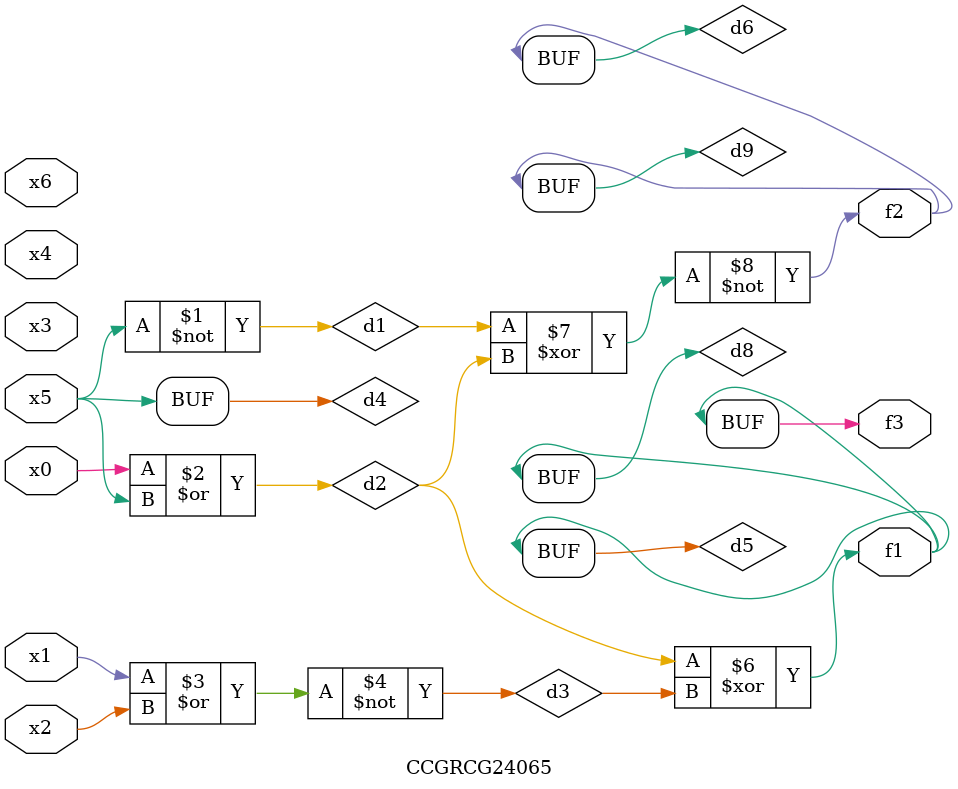
<source format=v>
module CCGRCG24065(
	input x0, x1, x2, x3, x4, x5, x6,
	output f1, f2, f3
);

	wire d1, d2, d3, d4, d5, d6, d7, d8, d9;

	nand (d1, x5);
	or (d2, x0, x5);
	nor (d3, x1, x2);
	xnor (d4, d1);
	xor (d5, d2, d3);
	xnor (d6, d1, d2);
	not (d7, x4);
	buf (d8, d5);
	xor (d9, d6);
	assign f1 = d8;
	assign f2 = d9;
	assign f3 = d8;
endmodule

</source>
